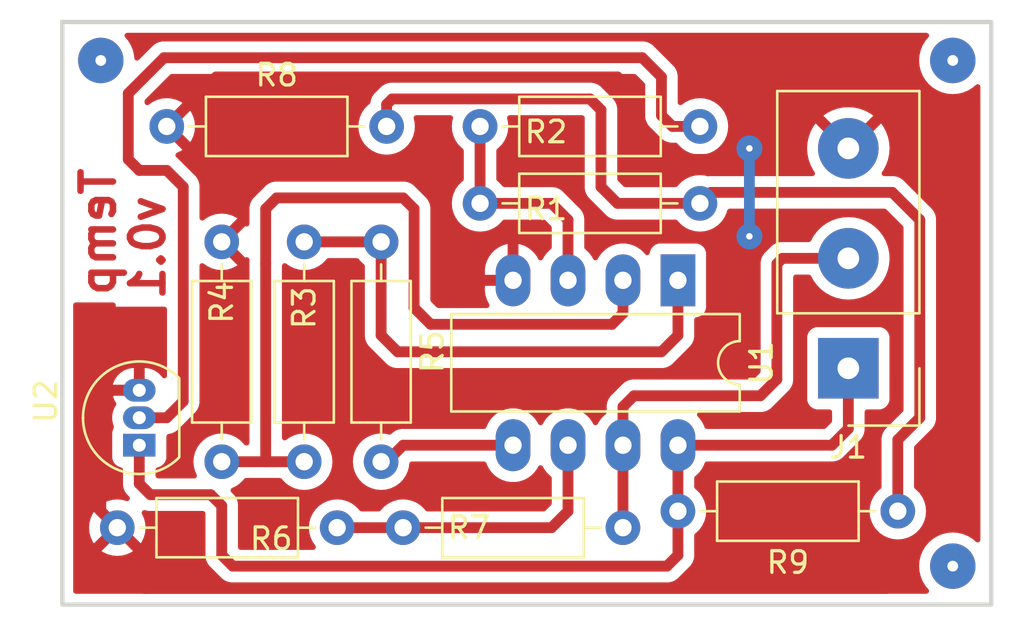
<source format=kicad_pcb>
(kicad_pcb (version 20240108) (generator "pcbnew") (generator_version "8.0")
  (layers (0 "F.Cu" signal) (31 "B.Cu" signal) (34 "B.Paste" user) (35 "F.Paste" user) (36 "B.SilkS" user "B.Silkscreen") (37 "F.SilkS" user "F.Silkscreen") (38 "B.Mask" user) (39 "F.Mask" user) (44 "Edge.Cuts" user))
  (net 0 "")
  (net 1 "GND")
  (net 2 "+5V")
  (net 3 "/Mesure")
  (net 4 "Net-(U1A-+)")
  (net 5 "Net-(R1-Pad1)")
  (net 6 "/Temp")
  (net 7 "Net-(U1A--)")
  (net 8 "Net-(R3-Pad2)")
  (net 9 "Net-(U1B-+)")
  (net 10 "Net-(U1B--)")
  (footprint "Resistor_THT:R_Axial_DIN0207_L6.3mm_D2.5mm_P10.16mm_Horizontal" (layer "F.Cu") (at 126.238 82.296)
    (property "Reference" "R8" (at 5.08 -2.37 0) (layer "F.SilkS"))
    (property "Value" "22k")
    (fp_line (start 1.04 0) (end 1.81 0) (stroke (width 0.12)) (layer "F.SilkS"))
    (fp_line (start 1.81 -1.37) (end 1.81 1.37) (stroke (width 0.12)) (layer "F.SilkS"))
    (fp_line (start 1.81 1.37) (end 8.35 1.37) (stroke (width 0.12)) (layer "F.SilkS"))
    (fp_line (start 8.35 -1.37) (end 1.81 -1.37) (stroke (width 0.12)) (layer "F.SilkS"))
    (fp_line (start 8.35 1.37) (end 8.35 -1.37) (stroke (width 0.12)) (layer "F.SilkS"))
    (fp_line (start 9.12 0) (end 8.35 0) (stroke (width 0.12)) (layer "F.SilkS"))
    (pad "1" thru_hole circle (at 0 0) (size 1.6 1.6) (drill 0.8) (layers "*.Cu" "*.Mask") (net 1 "GND"))
    (pad "2" thru_hole oval (at 10.16 0) (size 1.6 1.6) (drill 0.8) (layers "*.Cu" "*.Mask") (net 5 "Net-(R1-Pad1)"))
  )
  (footprint "" (layer "F.Cu") (at 162.56 79.248)
    (property "Reference" "" (at 0 0 0) (layer "F.SilkS") (effects (font (size 1.27 1.27))))
    (property "Value" "")
    (pad "" np_thru_hole circle (at 0 0 180) (size 2.1 2.1) (drill 0.5) (layers "F&B.Cu" "*.Mask"))
  )
  (footprint "Package_TO_SOT_THT:TO-92_Inline" (layer "F.Cu") (at 124.968 97.028 90)
    (property "Reference" "U2" (at 2.032 -4.318 90) (layer "F.SilkS"))
    (property "Value" "LM35-LP")
    (fp_line (start -0.53 1.85) (end 3.07 1.85) (stroke (width 0.12)) (layer "F.SilkS"))
    (fp_arc (start 1.27 -2.6) (mid 3.672087 -0.994977) (end 3.108478 1.838478) (stroke (width 0.12)) (layer "F.SilkS"))
    (fp_arc (start -0.568478 1.838478) (mid -1.132087 -0.994977) (end 1.27 -2.6) (stroke (width 0.12)) (layer "F.SilkS"))
    (pad "1" thru_hole rect (at 0 0 90) (size 1.05 1.5) (drill 0.6) (layers "*.Cu" "*.Mask") (net 2 "+5V"))
    (pad "2" thru_hole oval (at 1.27 0 90) (size 1.05 1.5) (drill 0.6) (layers "*.Cu" "*.Mask") (net 6 "/Temp"))
    (pad "3" thru_hole oval (at 2.54 0 90) (size 1.05 1.5) (drill 0.6) (layers "*.Cu" "*.Mask") (net 1 "GND"))
  )
  (footprint "Resistor_THT:R_Axial_DIN0207_L6.3mm_D2.5mm_P10.16mm_Horizontal" (layer "F.Cu") (at 150.876 82.296 180)
    (property "Reference" "R2" (at 7.112 -0.254 0) (layer "F.SilkS"))
    (property "Value" "10k")
    (fp_line (start 9.12 0) (end 8.35 0) (stroke (width 0.12)) (layer "F.SilkS"))
    (fp_line (start 8.35 1.37) (end 8.35 -1.37) (stroke (width 0.12)) (layer "F.SilkS"))
    (fp_line (start 8.35 -1.37) (end 1.81 -1.37) (stroke (width 0.12)) (layer "F.SilkS"))
    (fp_line (start 1.81 1.37) (end 8.35 1.37) (stroke (width 0.12)) (layer "F.SilkS"))
    (fp_line (start 1.81 -1.37) (end 1.81 1.37) (stroke (width 0.12)) (layer "F.SilkS"))
    (fp_line (start 1.04 0) (end 1.81 0) (stroke (width 0.12)) (layer "F.SilkS"))
    (pad "1" thru_hole circle (at 0 0 180) (size 1.6 1.6) (drill 0.8) (layers "*.Cu" "*.Mask") (net 6 "/Temp"))
    (pad "2" thru_hole oval (at 10.16 0 180) (size 1.6 1.6) (drill 0.8) (layers "*.Cu" "*.Mask") (net 4 "Net-(U1A-+)"))
  )
  (footprint "Resistor_THT:R_Axial_DIN0207_L6.3mm_D2.5mm_P10.16mm_Horizontal" (layer "F.Cu") (at 137.16 100.838)
    (property "Reference" "R7" (at 3.048 0 0) (layer "F.SilkS"))
    (property "Value" "100k")
    (fp_line (start 1.04 0) (end 1.81 0) (stroke (width 0.12)) (layer "F.SilkS"))
    (fp_line (start 1.81 -1.37) (end 1.81 1.37) (stroke (width 0.12)) (layer "F.SilkS"))
    (fp_line (start 1.81 1.37) (end 8.35 1.37) (stroke (width 0.12)) (layer "F.SilkS"))
    (fp_line (start 8.35 -1.37) (end 1.81 -1.37) (stroke (width 0.12)) (layer "F.SilkS"))
    (fp_line (start 8.35 1.37) (end 8.35 -1.37) (stroke (width 0.12)) (layer "F.SilkS"))
    (fp_line (start 9.12 0) (end 8.35 0) (stroke (width 0.12)) (layer "F.SilkS"))
    (pad "1" thru_hole circle (at 0 0) (size 1.6 1.6) (drill 0.8) (layers "*.Cu" "*.Mask") (net 10 "Net-(U1B--)"))
    (pad "2" thru_hole oval (at 10.16 0) (size 1.6 1.6) (drill 0.8) (layers "*.Cu" "*.Mask") (net 3 "/Mesure"))
  )
  (footprint "Resistor_THT:R_Axial_DIN0207_L6.3mm_D2.5mm_P10.16mm_Horizontal" (layer "F.Cu") (at 150.876 85.852 180)
    (property "Reference" "R1" (at 7.112 -0.254 0) (layer "F.SilkS"))
    (property "Value" "10k")
    (fp_line (start 9.12 0) (end 8.35 0) (stroke (width 0.12)) (layer "F.SilkS"))
    (fp_line (start 8.35 1.37) (end 8.35 -1.37) (stroke (width 0.12)) (layer "F.SilkS"))
    (fp_line (start 8.35 -1.37) (end 1.81 -1.37) (stroke (width 0.12)) (layer "F.SilkS"))
    (fp_line (start 1.81 1.37) (end 8.35 1.37) (stroke (width 0.12)) (layer "F.SilkS"))
    (fp_line (start 1.81 -1.37) (end 1.81 1.37) (stroke (width 0.12)) (layer "F.SilkS"))
    (fp_line (start 1.04 0) (end 1.81 0) (stroke (width 0.12)) (layer "F.SilkS"))
    (pad "1" thru_hole circle (at 0 0 180) (size 1.6 1.6) (drill 0.8) (layers "*.Cu" "*.Mask") (net 5 "Net-(R1-Pad1)"))
    (pad "2" thru_hole oval (at 10.16 0 180) (size 1.6 1.6) (drill 0.8) (layers "*.Cu" "*.Mask") (net 4 "Net-(U1A-+)"))
  )
  (footprint "Package_DIP:CERDIP-8_W7.62mm_SideBrazed_LongPads" (layer "F.Cu") (at 149.86 89.408 -90)
    (property "Reference" "U1" (at 3.81 -3.855 90) (layer "F.SilkS"))
    (property "Value" "LM358")
    (fp_line (start 1.56 10.475) (end 6.06 10.475) (stroke (width 0.12)) (layer "F.SilkS"))
    (fp_line (start 6.06 10.475) (end 6.06 -2.855) (stroke (width 0.12)) (layer "F.SilkS"))
    (fp_line (start 1.56 -2.855) (end 1.56 10.475) (stroke (width 0.12)) (layer "F.SilkS"))
    (fp_line (start 2.81 -2.855) (end 1.56 -2.855) (stroke (width 0.12)) (layer "F.SilkS"))
    (fp_line (start 6.06 -2.855) (end 4.81 -2.855) (stroke (width 0.12)) (layer "F.SilkS"))
    (fp_arc (start 4.81 -2.855) (mid 3.81 -1.855) (end 2.81 -2.855) (stroke (width 0.12)) (layer "F.SilkS"))
    (pad "1" thru_hole rect (at 0 0 270) (size 2.4 1.6) (drill 0.8) (layers "*.Cu" "*.Mask") (net 8 "Net-(R3-Pad2)"))
    (pad "2" thru_hole oval (at 0 2.54 270) (size 2.4 1.6) (drill 0.8) (layers "*.Cu" "*.Mask") (net 7 "Net-(U1A--)"))
    (pad "3" thru_hole oval (at 0 5.08 270) (size 2.4 1.6) (drill 0.8) (layers "*.Cu" "*.Mask") (net 4 "Net-(U1A-+)"))
    (pad "4" thru_hole oval (at 0 7.62 270) (size 2.4 1.6) (drill 0.8) (layers "*.Cu" "*.Mask") (net 1 "GND"))
    (pad "5" thru_hole oval (at 7.62 7.62 270) (size 2.4 1.6) (drill 0.8) (layers "*.Cu" "*.Mask") (net 9 "Net-(U1B-+)"))
    (pad "6" thru_hole oval (at 7.62 5.08 270) (size 2.4 1.6) (drill 0.8) (layers "*.Cu" "*.Mask") (net 10 "Net-(U1B--)"))
    (pad "7" thru_hole oval (at 7.62 2.54 270) (size 2.4 1.6) (drill 0.8) (layers "*.Cu" "*.Mask") (net 3 "/Mesure"))
    (pad "8" thru_hole oval (at 7.62 0 270) (size 2.4 1.6) (drill 0.8) (layers "*.Cu" "*.Mask") (net 2 "+5V"))
  )
  (footprint "" (layer "F.Cu") (at 123.19 79.248)
    (property "Reference" "" (at 0 0 0) (layer "F.SilkS") (effects (font (size 1.27 1.27))))
    (property "Value" "")
    (pad "" np_thru_hole circle (at 0 0 180) (size 2.1 2.1) (drill 0.5) (layers "F&B.Cu" "*.Mask"))
  )
  (footprint "" (layer "F.Cu") (at 162.56 102.616 180)
    (property "Reference" "" (at 0 0 0) (layer "F.SilkS") (effects (font (size 1.27 1.27))))
    (property "Value" "")
    (pad "" np_thru_hole circle (at 0 0) (size 2.1 2.1) (drill 0.5) (layers "F&B.Cu" "*.Mask"))
  )
  (footprint "Resistor_THT:R_Axial_DIN0207_L6.3mm_D2.5mm_P10.16mm_Horizontal" (layer "F.Cu") (at 123.952 100.838)
    (property "Reference" "R6" (at 7.112 0.508 0) (layer "F.SilkS"))
    (property "Value" "10k")
    (fp_line (start 1.04 0) (end 1.81 0) (stroke (width 0.12)) (layer "F.SilkS"))
    (fp_line (start 1.81 -1.37) (end 1.81 1.37) (stroke (width 0.12)) (layer "F.SilkS"))
    (fp_line (start 1.81 1.37) (end 8.35 1.37) (stroke (width 0.12)) (layer "F.SilkS"))
    (fp_line (start 8.35 -1.37) (end 1.81 -1.37) (stroke (width 0.12)) (layer "F.SilkS"))
    (fp_line (start 8.35 1.37) (end 8.35 -1.37) (stroke (width 0.12)) (layer "F.SilkS"))
    (fp_line (start 9.12 0) (end 8.35 0) (stroke (width 0.12)) (layer "F.SilkS"))
    (pad "1" thru_hole circle (at 0 0) (size 1.6 1.6) (drill 0.8) (layers "*.Cu" "*.Mask") (net 1 "GND"))
    (pad "2" thru_hole oval (at 10.16 0) (size 1.6 1.6) (drill 0.8) (layers "*.Cu" "*.Mask") (net 10 "Net-(U1B--)"))
  )
  (footprint "Resistor_THT:R_Axial_DIN0207_L6.3mm_D2.5mm_P10.16mm_Horizontal" (layer "F.Cu") (at 128.778 87.63 -90)
    (property "Reference" "R4" (at 2.794 0 90) (layer "F.SilkS"))
    (property "Value" "10k")
    (fp_line (start 1.81 1.37) (end 8.35 1.37) (stroke (width 0.12)) (layer "F.SilkS"))
    (fp_line (start 8.35 1.37) (end 8.35 -1.37) (stroke (width 0.12)) (layer "F.SilkS"))
    (fp_line (start 1.04 0) (end 1.81 0) (stroke (width 0.12)) (layer "F.SilkS"))
    (fp_line (start 9.12 0) (end 8.35 0) (stroke (width 0.12)) (layer "F.SilkS"))
    (fp_line (start 1.81 -1.37) (end 1.81 1.37) (stroke (width 0.12)) (layer "F.SilkS"))
    (fp_line (start 8.35 -1.37) (end 1.81 -1.37) (stroke (width 0.12)) (layer "F.SilkS"))
    (pad "1" thru_hole circle (at 0 0 270) (size 1.6 1.6) (drill 0.8) (layers "*.Cu" "*.Mask") (net 1 "GND"))
    (pad "2" thru_hole oval (at 10.16 0 270) (size 1.6 1.6) (drill 0.8) (layers "*.Cu" "*.Mask") (net 7 "Net-(U1A--)"))
  )
  (footprint "Connector_Samtec_HPM_THT:Samtec_HPM-03-01-x-S_Straight_1x03_Pitch5.08mm" (layer "F.Cu") (at 157.734 93.472 180)
    (property "Reference" "J1" (at 0 -3.65 0) (layer "F.SilkS"))
    (property "Value" "Conn_01x03_Pin")
    (fp_line (start 3.285 2.54) (end 3.285 12.81) (stroke (width 0.12)) (layer "F.SilkS"))
    (fp_line (start -3.285 12.81) (end 3.285 12.81) (stroke (width 0.12)) (layer "F.SilkS"))
    (fp_line (start -3.285 2.54) (end 3.285 2.54) (stroke (width 0.12)) (layer "F.SilkS"))
    (fp_line (start -3.285 2.54) (end -3.285 12.81) (stroke (width 0.12)) (layer "F.SilkS"))
    (fp_line (start -3.285 0) (end -3.285 -2.65) (stroke (width 0.12)) (layer "F.SilkS"))
    (fp_line (start -3.285 -2.65) (end 0 -2.65) (stroke (width 0.12)) (layer "F.SilkS"))
    (pad "1" thru_hole rect (at 0 0 180) (size 2.8 2.8) (drill 1) (layers "*.Cu" "*.Mask") (net 2 "+5V"))
    (pad "2" thru_hole circle (at 0 5.08 180) (size 2.8 2.8) (drill 1) (layers "*.Cu" "*.Mask") (net 3 "/Mesure"))
    (pad "3" thru_hole circle (at 0 10.16 180) (size 2.8 2.8) (drill 1) (layers "*.Cu" "*.Mask") (net 1 "GND"))
  )
  (footprint "Resistor_THT:R_Axial_DIN0207_L6.3mm_D2.5mm_P10.16mm_Horizontal" (layer "F.Cu") (at 136.144 87.63 -90)
    (property "Reference" "R5" (at 5.08 -2.37 90) (layer "F.SilkS"))
    (property "Value" "10k")
    (fp_line (start 1.81 1.37) (end 8.35 1.37) (stroke (width 0.12)) (layer "F.SilkS"))
    (fp_line (start 8.35 1.37) (end 8.35 -1.37) (stroke (width 0.12)) (layer "F.SilkS"))
    (fp_line (start 1.04 0) (end 1.81 0) (stroke (width 0.12)) (layer "F.SilkS"))
    (fp_line (start 9.12 0) (end 8.35 0) (stroke (width 0.12)) (layer "F.SilkS"))
    (fp_line (start 1.81 -1.37) (end 1.81 1.37) (stroke (width 0.12)) (layer "F.SilkS"))
    (fp_line (start 8.35 -1.37) (end 1.81 -1.37) (stroke (width 0.12)) (layer "F.SilkS"))
    (pad "1" thru_hole circle (at 0 0 270) (size 1.6 1.6) (drill 0.8) (layers "*.Cu" "*.Mask") (net 8 "Net-(R3-Pad2)"))
    (pad "2" thru_hole oval (at 10.16 0 270) (size 1.6 1.6) (drill 0.8) (layers "*.Cu" "*.Mask") (net 9 "Net-(U1B-+)"))
  )
  (footprint "Resistor_THT:R_Axial_DIN0207_L6.3mm_D2.5mm_P10.16mm_Horizontal" (layer "F.Cu") (at 132.588 97.79 90)
    (property "Reference" "R3" (at 7.112 0 90) (layer "F.SilkS"))
    (property "Value" "10k")
    (fp_line (start 8.35 -1.37) (end 1.81 -1.37) (stroke (width 0.12)) (layer "F.SilkS"))
    (fp_line (start 1.81 -1.37) (end 1.81 1.37) (stroke (width 0.12)) (layer "F.SilkS"))
    (fp_line (start 9.12 0) (end 8.35 0) (stroke (width 0.12)) (layer "F.SilkS"))
    (fp_line (start 1.04 0) (end 1.81 0) (stroke (width 0.12)) (layer "F.SilkS"))
    (fp_line (start 8.35 1.37) (end 8.35 -1.37) (stroke (width 0.12)) (layer "F.SilkS"))
    (fp_line (start 1.81 1.37) (end 8.35 1.37) (stroke (width 0.12)) (layer "F.SilkS"))
    (pad "1" thru_hole circle (at 0 0 90) (size 1.6 1.6) (drill 0.8) (layers "*.Cu" "*.Mask") (net 7 "Net-(U1A--)"))
    (pad "2" thru_hole oval (at 10.16 0 90) (size 1.6 1.6) (drill 0.8) (layers "*.Cu" "*.Mask") (net 8 "Net-(R3-Pad2)"))
  )
  (footprint "Resistor_THT:R_Axial_DIN0207_L6.3mm_D2.5mm_P10.16mm_Horizontal" (layer "F.Cu") (at 160.02 100.076 180)
    (property "Reference" "R9" (at 5.08 -2.37 0) (layer "F.SilkS"))
    (property "Value" "100k")
    (fp_line (start 9.12 0) (end 8.35 0) (stroke (width 0.12)) (layer "F.SilkS"))
    (fp_line (start 8.35 1.37) (end 8.35 -1.37) (stroke (width 0.12)) (layer "F.SilkS"))
    (fp_line (start 8.35 -1.37) (end 1.81 -1.37) (stroke (width 0.12)) (layer "F.SilkS"))
    (fp_line (start 1.81 1.37) (end 8.35 1.37) (stroke (width 0.12)) (layer "F.SilkS"))
    (fp_line (start 1.81 -1.37) (end 1.81 1.37) (stroke (width 0.12)) (layer "F.SilkS"))
    (fp_line (start 1.04 0) (end 1.81 0) (stroke (width 0.12)) (layer "F.SilkS"))
    (pad "1" thru_hole circle (at 0 0 180) (size 1.6 1.6) (drill 0.8) (layers "*.Cu" "*.Mask") (net 5 "Net-(R1-Pad1)"))
    (pad "2" thru_hole oval (at 10.16 0 180) (size 1.6 1.6) (drill 0.8) (layers "*.Cu" "*.Mask") (net 2 "+5V"))
  )
  (gr_rect (start 121.412 77.47) (end 164.338 104.394) (stroke (width 0.2)) (fill none) (layer "Edge.Cuts"))
  (gr_text "Temp" (at 123.952 84.074 90) (layer "F.Cu") (effects (font (size 1.5 1.5) (thickness 0.3) (bold yes)) (justify left bottom mirror)))
  (gr_text "v0.1" (at 126.238 85.344 90) (layer "F.Cu") (effects (font (size 1.5 1.5) (thickness 0.3) (bold yes)) (justify left bottom mirror)))
  (segment (start 137.922 84.074) (end 138.684 84.836) (width 0.5) (layer "F.Cu") (net 1))
  (segment (start 147.066 80.01) (end 128.524 80.01) (width 0.5) (layer "F.Cu") (net 1))
  (segment (start 123.19 94.996) (end 123.698 94.488) (width 0.5) (layer "F.Cu") (net 1))
  (segment (start 129.794 86.614) (end 129.794 84.074) (width 0.5) (layer "F.Cu") (net 1))
  (segment (start 153.162 83.312) (end 154.94 81.534) (width 0.5) (layer "F.Cu") (net 1))
  (segment (start 129.032 84.074) (end 129.794 84.074) (width 0.5) (layer "F.Cu") (net 1))
  (segment (start 128.778 87.63) (end 129.794 86.614) (width 0.5) (layer "F.Cu") (net 1))
  (segment (start 123.19 100.076) (end 123.19 94.996) (width 0.5) (layer "F.Cu") (net 1))
  (segment (start 147.32 80.264) (end 147.066 80.01) (width 0.5) (layer "F.Cu") (net 1))
  (segment (start 161.544 81.534) (end 162.306 82.296) (width 0.5) (layer "F.Cu") (net 1))
  (segment (start 125.222 102.108) (end 123.952 100.838) (width 0.5) (layer "F.Cu") (net 1))
  (segment (start 126.238 82.296) (end 128.016 84.074) (width 0.5) (layer "F.Cu") (net 1))
  (segment (start 160.528 101.854) (end 160.528 102.616) (width 0.5) (layer "F.Cu") (net 1))
  (segment (start 138.684 88.9) (end 139.192 89.408) (width 0.5) (layer "F.Cu") (net 1))
  (segment (start 139.192 89.408) (end 142.24 89.408) (width 0.5) (layer "F.Cu") (net 1))
  (segment (start 128.524 80.01) (end 126.238 82.296) (width 0.5) (layer "F.Cu") (net 1))
  (segment (start 129.794 84.074) (end 137.922 84.074) (width 0.5) (layer "F.Cu") (net 1))
  (segment (start 147.32 83.058) (end 147.32 80.264) (width 0.5) (layer "F.Cu") (net 1))
  (segment (start 138.684 84.836) (end 138.684 88.9) (width 0.5) (layer "F.Cu") (net 1))
  (segment (start 160.528 102.616) (end 159.5 103.644) (width 0.5) (layer "F.Cu") (net 1))
  (segment (start 154.94 81.534) (end 155.956 81.534) (width 0.5) (layer "F.Cu") (net 1))
  (segment (start 153.162 83.312) (end 152.654 83.82) (width 0.5) (layer "F.Cu") (net 1))
  (segment (start 148.082 83.82) (end 147.32 83.058) (width 0.5) (layer "F.Cu") (net 1))
  (segment (start 157.734 83.312) (end 159.512 81.534) (width 0.5) (layer "F.Cu") (net 1))
  (segment (start 128.016 84.074) (end 129.032 84.074) (width 0.5) (layer "F.Cu") (net 1))
  (segment (start 123.952 100.838) (end 123.19 100.076) (width 0.5) (layer "F.Cu") (net 1))
  (segment (start 125.222 103.644) (end 125.222 102.108) (width 0.5) (layer "F.Cu") (net 1))
  (segment (start 123.698 94.488) (end 124.968 94.488) (width 0.5) (layer "F.Cu") (net 1))
  (segment (start 162.306 100.076) (end 160.528 101.854) (width 0.5) (layer "F.Cu") (net 1))
  (segment (start 159.512 81.534) (end 161.544 81.534) (width 0.5) (layer "F.Cu") (net 1))
  (segment (start 159.5 103.644) (end 125.222 103.644) (width 0.5) (layer "F.Cu") (net 1))
  (segment (start 155.956 81.534) (end 157.734 83.312) (width 0.5) (layer "F.Cu") (net 1))
  (segment (start 162.306 82.296) (end 162.306 100.076) (width 0.5) (layer "F.Cu") (net 1))
  (segment (start 152.654 83.82) (end 148.082 83.82) (width 0.5) (layer "F.Cu") (net 1))
  (via (at 153.162 87.376) (size 1.2) (drill 0.3) (layers "F.Cu" "B.Cu") (net 1))
  (via (at 153.162 83.312) (size 1.2) (drill 0.3) (layers "F.Cu" "B.Cu") (net 1))
  (segment (start 153.162 83.312) (end 153.162 87.376) (width 0.5) (layer "B.Cu") (net 1))
  (segment (start 149.86 102.108) (end 149.86 100.076) (width 0.5) (layer "F.Cu") (net 2))
  (segment (start 149.86 97.028) (end 149.86 100.076) (width 0.5) (layer "F.Cu") (net 2))
  (segment (start 156.972 97.028) (end 157.734 96.266) (width 0.5) (layer "F.Cu") (net 2))
  (segment (start 129.286 102.616) (end 149.352 102.616) (width 0.5) (layer "F.Cu") (net 2))
  (segment (start 124.968 97.028) (end 124.968 98.806) (width 0.5) (layer "F.Cu") (net 2))
  (segment (start 128.778 99.822) (end 128.778 102.108) (width 0.5) (layer "F.Cu") (net 2))
  (segment (start 156.972 97.028) (end 149.86 97.028) (width 0.5) (layer "F.Cu") (net 2))
  (segment (start 124.968 98.806) (end 125.476 99.314) (width 0.5) (layer "F.Cu") (net 2))
  (segment (start 157.734 93.472) (end 157.734 96.266) (width 0.5) (layer "F.Cu") (net 2))
  (segment (start 128.27 99.314) (end 128.778 99.822) (width 0.5) (layer "F.Cu") (net 2))
  (segment (start 149.352 102.616) (end 149.86 102.108) (width 0.5) (layer "F.Cu") (net 2))
  (segment (start 128.778 102.108) (end 129.286 102.616) (width 0.5) (layer "F.Cu") (net 2))
  (segment (start 125.476 99.314) (end 128.27 99.314) (width 0.5) (layer "F.Cu") (net 2))
  (segment (start 153.67 94.742) (end 154.432 93.98) (width 0.5) (layer "F.Cu") (net 3))
  (segment (start 147.828 94.742) (end 153.67 94.742) (width 0.5) (layer "F.Cu") (net 3))
  (segment (start 154.686 88.392) (end 157.734 88.392) (width 0.5) (layer "F.Cu") (net 3))
  (segment (start 147.32 97.028) (end 147.32 95.25) (width 0.5) (layer "F.Cu") (net 3))
  (segment (start 147.32 97.028) (end 147.32 100.838) (width 0.5) (layer "F.Cu") (net 3))
  (segment (start 154.432 93.98) (end 154.432 88.646) (width 0.5) (layer "F.Cu") (net 3))
  (segment (start 147.32 95.25) (end 147.828 94.742) (width 0.5) (layer "F.Cu") (net 3))
  (segment (start 154.432 88.646) (end 154.686 88.392) (width 0.5) (layer "F.Cu") (net 3))
  (segment (start 140.716 82.296) (end 140.716 85.852) (width 0.5) (layer "F.Cu") (net 4))
  (segment (start 144.018 85.852) (end 140.716 85.852) (width 0.5) (layer "F.Cu") (net 4))
  (segment (start 144.018 85.852) (end 144.78 86.614) (width 0.5) (layer "F.Cu") (net 4))
  (segment (start 144.78 86.614) (end 144.78 89.408) (width 0.5) (layer "F.Cu") (net 4))
  (segment (start 161.036 86.614) (end 161.036 95.758) (width 0.5) (layer "F.Cu") (net 5))
  (segment (start 136.398 81.28) (end 136.652 81.026) (width 0.5) (layer "F.Cu") (net 5))
  (segment (start 159.766 85.344) (end 161.036 86.614) (width 0.5) (layer "F.Cu") (net 5))
  (segment (start 161.036 95.758) (end 160.02 96.774) (width 0.5) (layer "F.Cu") (net 5))
  (segment (start 136.398 82.296) (end 136.398 81.28) (width 0.5) (layer "F.Cu") (net 5))
  (segment (start 151.384 85.344) (end 159.766 85.344) (width 0.5) (layer "F.Cu") (net 5))
  (segment (start 150.876 85.852) (end 151.384 85.344) (width 0.5) (layer "F.Cu") (net 5))
  (segment (start 145.796 81.026) (end 146.304 81.534) (width 0.5) (layer "F.Cu") (net 5))
  (segment (start 146.304 85.09) (end 147.066 85.852) (width 0.5) (layer "F.Cu") (net 5))
  (segment (start 136.652 81.026) (end 145.796 81.026) (width 0.5) (layer "F.Cu") (net 5))
  (segment (start 160.02 96.774) (end 160.02 100.076) (width 0.5) (layer "F.Cu") (net 5))
  (segment (start 147.066 85.852) (end 150.876 85.852) (width 0.5) (layer "F.Cu") (net 5))
  (segment (start 146.304 81.534) (end 146.304 85.09) (width 0.5) (layer "F.Cu") (net 5))
  (segment (start 127 85.09) (end 126.238 84.328) (width 0.5) (layer "F.Cu") (net 6))
  (segment (start 124.968 95.758) (end 126.238 95.758) (width 0.5) (layer "F.Cu") (net 6))
  (segment (start 124.968 84.328) (end 124.46 83.82) (width 0.5) (layer "F.Cu") (net 6))
  (segment (start 149.098 81.788) (end 149.606 82.296) (width 0.5) (layer "F.Cu") (net 6))
  (segment (start 149.606 82.296) (end 150.876 82.296) (width 0.5) (layer "F.Cu") (net 6))
  (segment (start 149.098 80.01) (end 149.098 81.788) (width 0.5) (layer "F.Cu") (net 6))
  (segment (start 148.209 79.121) (end 149.098 80.01) (width 0.5) (layer "F.Cu") (net 6))
  (segment (start 126.111 79.121) (end 148.209 79.121) (width 0.5) (layer "F.Cu") (net 6))
  (segment (start 126.238 95.758) (end 127 94.996) (width 0.5) (layer "F.Cu") (net 6))
  (segment (start 127 94.996) (end 127 85.09) (width 0.5) (layer "F.Cu") (net 6))
  (segment (start 124.46 83.82) (end 124.46 80.772) (width 0.5) (layer "F.Cu") (net 6))
  (segment (start 124.46 80.772) (end 126.111 79.121) (width 0.5) (layer "F.Cu") (net 6))
  (segment (start 126.238 84.328) (end 124.968 84.328) (width 0.5) (layer "F.Cu") (net 6))
  (segment (start 130.81 97.79) (end 132.588 97.79) (width 0.5) (layer "F.Cu") (net 7))
  (segment (start 147.32 90.932) (end 147.32 89.408) (width 0.5) (layer "F.Cu") (net 7))
  (segment (start 130.81 86.106) (end 131.318 85.598) (width 0.5) (layer "F.Cu") (net 7))
  (segment (start 137.668 86.106) (end 137.668 90.678) (width 0.5) (layer "F.Cu") (net 7))
  (segment (start 137.668 86.106) (end 137.16 85.598) (width 0.5) (layer "F.Cu") (net 7))
  (segment (start 130.81 88.646) (end 130.81 97.79) (width 0.5) (layer "F.Cu") (net 7))
  (segment (start 137.668 90.678) (end 138.43 91.44) (width 0.5) (layer "F.Cu") (net 7))
  (segment (start 128.778 97.79) (end 130.81 97.79) (width 0.5) (layer "F.Cu") (net 7))
  (segment (start 130.81 88.646) (end 130.81 86.106) (width 0.5) (layer "F.Cu") (net 7))
  (segment (start 131.318 85.598) (end 137.16 85.598) (width 0.5) (layer "F.Cu") (net 7))
  (segment (start 138.43 91.44) (end 146.812 91.44) (width 0.5) (layer "F.Cu") (net 7))
  (segment (start 146.812 91.44) (end 147.32 90.932) (width 0.5) (layer "F.Cu") (net 7))
  (segment (start 149.098 92.71) (end 136.906 92.71) (width 0.5) (layer "F.Cu") (net 8))
  (segment (start 149.86 89.408) (end 149.86 91.948) (width 0.5) (layer "F.Cu") (net 8))
  (segment (start 136.144 91.948) (end 136.144 87.63) (width 0.5) (layer "F.Cu") (net 8))
  (segment (start 132.588 87.63) (end 136.144 87.63) (width 0.5) (layer "F.Cu") (net 8))
  (segment (start 149.86 91.948) (end 149.098 92.71) (width 0.5) (layer "F.Cu") (net 8))
  (segment (start 136.906 92.71) (end 136.144 91.948) (width 0.5) (layer "F.Cu") (net 8))
  (segment (start 137.16 97.028) (end 142.24 97.028) (width 0.5) (layer "F.Cu") (net 9))
  (segment (start 136.398 97.79) (end 137.16 97.028) (width 0.5) (layer "F.Cu") (net 9))
  (segment (start 136.144 97.79) (end 136.398 97.79) (width 0.5) (layer "F.Cu") (net 9))
  (segment (start 137.16 100.838) (end 144.018 100.838) (width 0.5) (layer "F.Cu") (net 10))
  (segment (start 137.16 100.838) (end 134.112 100.838) (width 0.5) (layer "F.Cu") (net 10))
  (segment (start 144.78 100.076) (end 144.78 97.028) (width 0.5) (layer "F.Cu") (net 10))
  (segment (start 144.018 100.838) (end 144.78 100.076) (width 0.5) (layer "F.Cu") (net 10))
  (zone (net 1) (net_name "GND") (layer "F.Cu") (connect_pads (clearance 0.5)) (min_thickness 0.25) (fill yes (thermal_gap 0.5) (thermal_bridge_width 0.5))
    (polygon (pts (xy 119.634 76.454) (xy 165.862 76.454) (xy 165.862 105.664) (xy 119.888 105.664) (xy 119.634 105.41)))
  )
)
</source>
